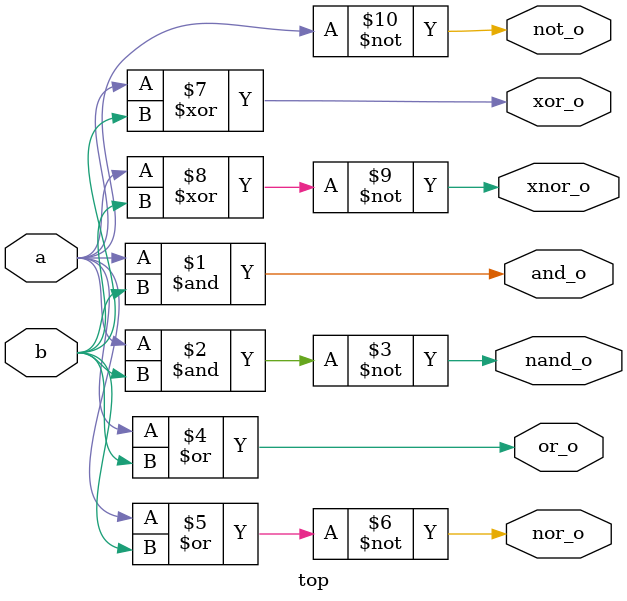
<source format=v>
module top (
    input wire a,
    input wire b,
    output wire and_o,
    output wire nand_o,
    output wire or_o,
    output wire nor_o,
    output wire xnor_o,
    output wire xor_o,
    output wire not_o
);
    assign and_o = a&b;
    assign nand_o = ~(a&b);
    assign or_o = a|b;
    assign nor_o = ~ (a|b);
    assign xor_o = a^b;
    assign xnor_o = ~(a^b);
    assign not_o = ~a;
endmodule


</source>
